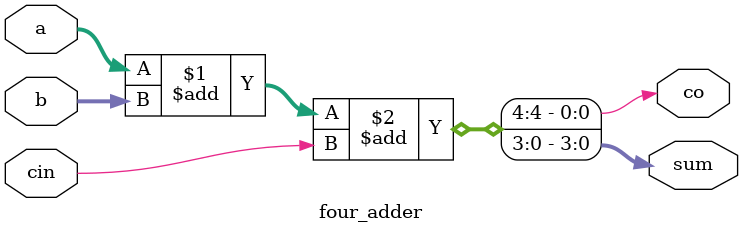
<source format=v>

module eight_using_four(sum,co,a,b,cin,clk,rst,start);

input wire [7:0]a,b;
input wire cin;
input clk;
input rst;
input wire start;
output reg [7:0]sum;
output reg co;

reg [3:0]a_reg,b_reg;
reg [3:0]sum_l,sum_u;
 
reg [3:0]state;
wire[3:0] sum_wire;
reg c_in;
wire c_out;

four_adder one(
.a(a_reg),
.b(b_reg),
.cin(c_in),
.sum(sum_wire),
.co(c_out)


);


parameter idel = 4'b0000, lower = 4'b0001 , upper = 4'b0010 , done = 4'b0011;


always@(posedge clk)begin
if(rst)begin
sum <= 0;
co <= 0;
state<=idel;
end
else begin
case(state)
idel : begin
       if(start)begin
       a_reg <= a[3:0];
       b_reg <= b[3:0];
       c_in <= cin;
       sum <= 0;
       co <= 0;
       state <= lower;
       end
       end
lower : begin
        sum_l <= sum_wire;
        c_in <= c_out;
        a_reg <= a[7:4];
        b_reg <= b[7:4];
        state <= upper;
        end
 upper : begin
         sum_u <= sum_wire;
         co <= c_out;
         state <= done;
         end
 done :  begin
         sum <= {sum_u , sum_l};  
         state <= idel; 
         end
        

  endcase

end
end
endmodule

module four_adder (
    input wire [3:0] a, b,
    input wire cin,
    output wire [3:0] sum,
    output wire co
);
    assign {co, sum} = a + b + cin;
endmodule


</source>
